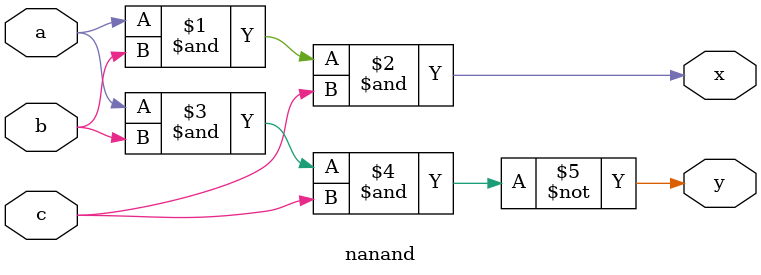
<source format=v>
module nanand(x,y,a,b,c);
	output x,y;
	input a,b,c;
	and(x,a,b,c);
	nand(y,a,b,c);
endmodule

</source>
